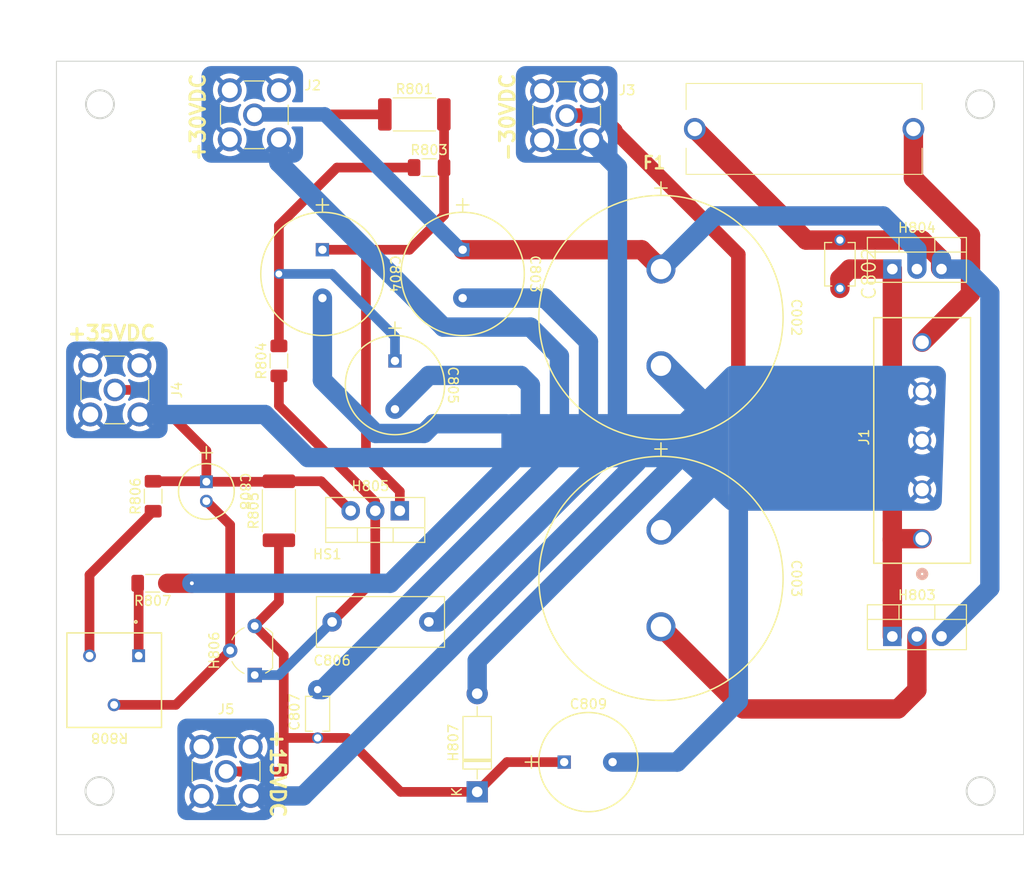
<source format=kicad_pcb>
(kicad_pcb (version 20240108) (generator "pcbnew") (generator_version "8.0")
  (layers (0 "F.Cu" signal) (31 "B.Cu" signal) (34 "B.Paste" user) (35 "F.Paste" user) (36 "B.SilkS" user "B.Silkscreen") (37 "F.SilkS" user "F.Silkscreen") (38 "B.Mask" user) (39 "F.Mask" user) (44 "Edge.Cuts" user))
  (net 0 "")
  (net 1 "/+30VDC_out")
  (net 2 "GND")
  (net 3 "/-30VDC_out")
  (net 4 "/-24VAC")
  (net 5 "Net-(J1-Pin_5)")
  (net 6 "Net-(H805-C)")
  (net 7 "Net-(C805-Pad1)")
  (net 8 "Net-(H805-B)")
  (net 9 "/15VDC_out")
  (net 10 "Net-(H806-B)")
  (net 11 "/35VDC_out")
  (net 12 "/+24VAC")
  (net 13 "Net-(R806-Pad1)")
  (net 14 "Net-(R807-Pad2)")
  (footprint "P800_footprint_library:sma_connector_RFPC-SMA27-F" (layer "F.Cu") (at 41.04 89.96)
    (property "Reference" "J5" (at 0 -6.425 0) (layer "F.SilkS"))
    (property "Value" "Conn_Coaxial")
    (fp_line (start -3.5 -1) (end -3.5 1) (stroke (width 0.127)) (layer "F.SilkS"))
    (fp_line (start -1 -3.5) (end 1 -3.5) (stroke (width 0.127)) (layer "F.SilkS"))
    (fp_line (start -1 3.5) (end 1 3.5) (stroke (width 0.127)) (layer "F.SilkS"))
    (fp_line (start 3.5 -1) (end 3.5 1) (stroke (width 0.127)) (layer "F.SilkS"))
    (pad "1" thru_hole circle (at 0 0) (size 2.325 2.325) (drill 1.55) (layers "*.Cu" "*.Mask") (net 9 "/15VDC_out"))
    (pad "2" thru_hole circle (at -2.54 -2.54) (size 2.475 2.475) (drill 1.65) (layers "*.Cu" "*.Mask") (net 2 "GND"))
    (pad "2" thru_hole circle (at -2.54 2.54) (size 2.475 2.475) (drill 1.65) (layers "*.Cu" "*.Mask") (net 2 "GND"))
    (pad "2" thru_hole circle (at 2.54 -2.54) (size 2.475 2.475) (drill 1.65) (layers "*.Cu" "*.Mask") (net 2 "GND"))
    (pad "2" thru_hole circle (at 2.54 2.54) (size 2.475 2.475) (drill 1.65) (layers "*.Cu" "*.Mask") (net 2 "GND"))
  )
  (footprint "P800_footprint_library:cap_electrolytic_UFG1H101MPM1TD" (layer "F.Cu") (at 58.5 47.5 -90)
    (property "Reference" "C805" (at 2.5 -6 -90) (layer "F.SilkS"))
    (property "Value" "100u")
    (fp_line (start -4.0278 0) (end -2.7578 0) (stroke (width 0.1524)) (layer "F.SilkS"))
    (fp_line (start -3.3928 -0.635) (end -3.3928 0.635) (stroke (width 0.1524)) (layer "F.SilkS"))
    (fp_circle (center 2.5 0) (end 7.6308 0) (stroke (width 0.1524)) (fill none) (layer "F.SilkS"))
    (pad "1" thru_hole rect (at 0 0 270) (size 1.3716 1.3716) (drill 0.8636) (layers "*.Cu" "*.Mask") (net 7 "Net-(C805-Pad1)"))
    (pad "2" thru_hole circle (at 5 0 270) (size 1.3716 1.3716) (drill 0.8636) (layers "*.Cu" "*.Mask") (net 2 "GND"))
  )
  (footprint "P800_footprint_library:cap_electrolytic_A50" (layer "F.Cu") (at 86 38 -90)
    (property "Reference" "C002" (at 5 -14 -90) (layer "F.SilkS"))
    (property "Value" "6800u")
    (fp_line (start -9.0208 0) (end -7.7508 0) (stroke (width 0.1524)) (layer "F.SilkS"))
    (fp_line (start -8.3858 -0.635) (end -8.3858 0.635) (stroke (width 0.1524)) (layer "F.SilkS"))
    (fp_circle (center 5 0) (end 17.6238 0) (stroke (width 0.1524)) (fill none) (layer "F.SilkS"))
    (pad "1" thru_hole circle (at 0 0 270) (size 3 3) (drill 2.1082) (layers "*.Cu" "*.Mask") (net 1 "/+30VDC_out"))
    (pad "2" thru_hole circle (at 10 0 270) (size 3 3) (drill 2.1082) (layers "*.Cu" "*.Mask") (net 2 "GND"))
  )
  (footprint "Capacitor_THT:C_Rect_L13.0mm_W5.0mm_P10.00mm_FKS3_FKP3_MKS4" (layer "F.Cu") (at 52 74.5)
    (property "Reference" "C806" (at 0 4 0) (layer "F.SilkS"))
    (property "Value" "0.047u")
    (fp_line (start -1.62 -2.62) (end -1.62 2.62) (stroke (width 0.12)) (layer "F.SilkS"))
    (fp_line (start -1.62 -2.62) (end 11.62 -2.62) (stroke (width 0.12)) (layer "F.SilkS"))
    (fp_line (start -1.62 2.62) (end 11.62 2.62) (stroke (width 0.12)) (layer "F.SilkS"))
    (fp_line (start 11.62 -2.62) (end 11.62 2.62) (stroke (width 0.12)) (layer "F.SilkS"))
    (pad "1" thru_hole circle (at 0 0) (size 2 2) (drill 1) (layers "*.Cu" "*.Mask") (net 8 "Net-(H805-B)"))
    (pad "2" thru_hole circle (at 10 0) (size 2 2) (drill 1) (layers "*.Cu" "*.Mask") (net 2 "GND"))
  )
  (footprint "P800_footprint_library:cap_ceramic_RCER71H473K0M1H03A" (layer "F.Cu") (at 50.5 84 90)
    (property "Reference" "C807" (at 0.175 -2.385 90) (layer "F.SilkS"))
    (property "Value" "0.04u")
    (fp_line (start -1.8 -1.25) (end 1.8 -1.25) (stroke (width 0.127)) (layer "F.SilkS"))
    (fp_line (start 1.8 -0.547) (end 1.8 -1.25) (stroke (width 0.127)) (layer "F.SilkS"))
    (fp_line (start -1.8 -0.547) (end -1.8 -1.25) (stroke (width 0.127)) (layer "F.SilkS"))
    (fp_line (start 1.8 1.25) (end 1.8 0.547) (stroke (width 0.127)) (layer "F.SilkS"))
    (fp_line (start 1.8 1.25) (end -1.8 1.25) (stroke (width 0.127)) (layer "F.SilkS"))
    (fp_line (start -1.8 1.25) (end -1.8 0.547) (stroke (width 0.127)) (layer "F.SilkS"))
    (pad "1" thru_hole circle (at -2.5 0 90) (size 1.15 1.15) (drill 0.75) (layers "*.Cu" "*.Mask") (net 9 "/15VDC_out"))
    (pad "2" thru_hole circle (at 2.5 0 90) (size 1.15 1.15) (drill 0.75) (layers "*.Cu" "*.Mask") (net 2 "GND"))
  )
  (footprint "Resistor_SMD:R_2512_6332Metric_Pad1.40x3.35mm_HandSolder" (layer "F.Cu") (at 46.5 63 90)
    (property "Reference" "R805" (at 0 -2.62 90) (layer "F.SilkS"))
    (property "Value" "330")
    (fp_line (start -2.177064 -1.71) (end 2.177064 -1.71) (stroke (width 0.12)) (layer "F.SilkS"))
    (fp_line (start -2.177064 1.71) (end 2.177064 1.71) (stroke (width 0.12)) (layer "F.SilkS"))
    (pad "1" smd roundrect (at -3.05 0 90) (size 1.4 3.35) (layers "F.Cu" "F.Paste" "F.Mask") (roundrect_rratio 0.178571) (net 9 "/15VDC_out"))
    (pad "2" smd roundrect (at 3.05 0 90) (size 1.4 3.35) (layers "F.Cu" "F.Paste" "F.Mask") (roundrect_rratio 0.178571) (net 11 "/35VDC_out"))
  )
  (footprint "P800_footprint_library:cap_electrolytic_panasonic_5X11" (layer "F.Cu") (at 39 60 -90)
    (property "Reference" "C808" (at 1 -4 -90) (layer "F.SilkS"))
    (property "Value" "3.3u")
    (fp_line (start -3.635 0) (end -2.365 0) (stroke (width 0.1524)) (layer "F.SilkS"))
    (fp_line (start -3 -0.635) (end -3 0.635) (stroke (width 0.1524)) (layer "F.SilkS"))
    (fp_circle (center 1.0033 0) (end 3.8862 0) (stroke (width 0.1524)) (fill none) (layer "F.SilkS"))
    (pad "1" thru_hole rect (at 0 0 270) (size 1.3208 1.3208) (drill 0.8128) (layers "*.Cu" "*.Mask") (net 11 "/35VDC_out"))
    (pad "2" thru_hole circle (at 2 0 270) (size 1.3208 1.3208) (drill 0.8128) (layers "*.Cu" "*.Mask") (net 10 "Net-(H806-B)"))
  )
  (footprint "Resistor_SMD:R_1206_3216Metric_Pad1.30x1.75mm_HandSolder" (layer "F.Cu") (at 33.5 61.5 90)
    (property "Reference" "R806" (at 0 -1.82 90) (layer "F.SilkS"))
    (property "Value" "39k")
    (fp_line (start -0.727064 -0.91) (end 0.727064 -0.91) (stroke (width 0.12)) (layer "F.SilkS"))
    (fp_line (start -0.727064 0.91) (end 0.727064 0.91) (stroke (width 0.12)) (layer "F.SilkS"))
    (pad "1" smd roundrect (at -1.55 0 90) (size 1.3 1.75) (layers "F.Cu" "F.Paste" "F.Mask") (roundrect_rratio 0.192308) (net 13 "Net-(R806-Pad1)"))
    (pad "2" smd roundrect (at 1.55 0 90) (size 1.3 1.75) (layers "F.Cu" "F.Paste" "F.Mask") (roundrect_rratio 0.192308) (net 11 "/35VDC_out"))
  )
  (footprint "Resistor_SMD:R_1206_3216Metric_Pad1.30x1.75mm_HandSolder" (layer "F.Cu") (at 46.5 47.5 90)
    (property "Reference" "R804" (at 0 -1.82 90) (layer "F.SilkS"))
    (property "Value" "1.5k")
    (fp_line (start -0.727064 -0.91) (end 0.727064 -0.91) (stroke (width 0.12)) (layer "F.SilkS"))
    (fp_line (start -0.727064 0.91) (end 0.727064 0.91) (stroke (width 0.12)) (layer "F.SilkS"))
    (pad "1" smd roundrect (at -1.55 0 90) (size 1.3 1.75) (layers "F.Cu" "F.Paste" "F.Mask") (roundrect_rratio 0.192308) (net 8 "Net-(H805-B)"))
    (pad "2" smd roundrect (at 1.55 0 90) (size 1.3 1.75) (layers "F.Cu" "F.Paste" "F.Mask") (roundrect_rratio 0.192308) (net 7 "Net-(C805-Pad1)"))
  )
  (footprint "P800_footprint_library:heatsink_577202B00000G" (layer "F.Cu") (at 56.5 67.7504)
    (property "Reference" "HS1" (at -5 -0.2504 0) (layer "F.SilkS"))
    (property "Value" "Heatsink")
  )
  (footprint "P800_footprint_library:sma_connector_RFPC-SMA27-F" (layer "F.Cu") (at 29.54 50.5 -90)
    (property "Reference" "J4" (at 0 -6.425 90) (layer "F.SilkS"))
    (property "Value" "Conn_Coaxial")
    (fp_line (start -1 3.5) (end 1 3.5) (stroke (width 0.127)) (layer "F.SilkS"))
    (fp_line (start -3.5 -1) (end -3.5 1) (stroke (width 0.127)) (layer "F.SilkS"))
    (fp_line (start 3.5 -1) (end 3.5 1) (stroke (width 0.127)) (layer "F.SilkS"))
    (fp_line (start -1 -3.5) (end 1 -3.5) (stroke (width 0.127)) (layer "F.SilkS"))
    (pad "1" thru_hole circle (at 0 0 270) (size 2.325 2.325) (drill 1.55) (layers "*.Cu" "*.Mask") (net 11 "/35VDC_out"))
    (pad "2" thru_hole circle (at -2.54 -2.54 270) (size 2.475 2.475) (drill 1.65) (layers "*.Cu" "*.Mask") (net 2 "GND"))
    (pad "2" thru_hole circle (at -2.54 2.54 270) (size 2.475 2.475) (drill 1.65) (layers "*.Cu" "*.Mask") (net 2 "GND"))
    (pad "2" thru_hole circle (at 2.54 -2.54 270) (size 2.475 2.475) (drill 1.65) (layers "*.Cu" "*.Mask") (net 2 "GND"))
    (pad "2" thru_hole circle (at 2.54 2.54 270) (size 2.475 2.475) (drill 1.65) (layers "*.Cu" "*.Mask") (net 2 "GND"))
  )
  (footprint "Resistor_SMD:R_1206_3216Metric_Pad1.30x1.75mm_HandSolder" (layer "F.Cu") (at 33.45 70.5 180)
    (property "Reference" "R807" (at 0 -1.82 0) (layer "F.SilkS"))
    (property "Value" "36k")
    (fp_line (start -0.727064 0.91) (end 0.727064 0.91) (stroke (width 0.12)) (layer "F.SilkS"))
    (fp_line (start -0.727064 -0.91) (end 0.727064 -0.91) (stroke (width 0.12)) (layer "F.SilkS"))
    (pad "1" smd roundrect (at -1.55 0 180) (size 1.3 1.75) (layers "F.Cu" "F.Paste" "F.Mask") (roundrect_rratio 0.192308) (net 2 "GND"))
    (pad "2" smd roundrect (at 1.55 0 180) (size 1.3 1.75) (layers "F.Cu" "F.Paste" "F.Mask") (roundrect_rratio 0.192308) (net 14 "Net-(R807-Pad2)"))
  )
  (footprint "P800_footprint_library:cap_electrolytic_A50" (layer "F.Cu") (at 86 65 -90)
    (property "Reference" "C003" (at 5 -14 -90) (layer "F.SilkS"))
    (property "Value" "6800u")
    (fp_line (start -9.0208 0) (end -7.7508 0) (stroke (width 0.1524)) (layer "F.SilkS"))
    (fp_line (start -8.3858 -0.635) (end -8.3858 0.635) (stroke (width 0.1524)) (layer "F.SilkS"))
    (fp_circle (center 5 0) (end 17.6238 0) (stroke (width 0.1524)) (fill none) (layer "F.SilkS"))
    (pad "1" thru_hole circle (at 0 0 270) (size 3 3) (drill 2.1082) (layers "*.Cu" "*.Mask") (net 2 "GND"))
    (pad "2" thru_hole circle (at 10 0 270) (size 3 3) (drill 2.1082) (layers "*.Cu" "*.Mask") (net 3 "/-30VDC_out"))
  )
  (footprint "P800_footprint_library:cap_electrolytic_UKW1J471MHD1TO" (layer "F.Cu") (at 51 36 -90)
    (property "Reference" "C804" (at 2.5 -7.5 -90) (layer "F.SilkS"))
    (property "Value" "470u")
    (fp_line (start -5.2724 0) (end -4.0024 0) (stroke (width 0.1524)) (layer "F.SilkS"))
    (fp_line (start -4.6374 -0.635) (end -4.6374 0.635) (stroke (width 0.1524)) (layer "F.SilkS"))
    (fp_circle (center 2.5 0) (end 8.8754 0) (stroke (width 0.1524)) (fill none) (layer "F.SilkS"))
    (pad "1" thru_hole rect (at 0 0 270) (size 1.3716 1.3716) (drill 0.8636) (layers "*.Cu" "*.Mask") (net 6 "Net-(H805-C)"))
    (pad "2" thru_hole circle (at 5 0 270) (size 1.3716 1.3716) (drill 0.8636) (layers "*.Cu" "*.Mask") (net 2 "GND"))
  )
  (footprint "Package_TO_SOT_THT:TO-92_Wide" (layer "F.Cu") (at 44 80 90)
    (property "Reference" "H806" (at 2.55 -4.19 90) (layer "F.SilkS"))
    (property "Value" "KSC2383")
    (fp_line (start 0.74 1.85) (end 4.34 1.85) (stroke (width 0.12)) (layer "F.SilkS"))
    (fp_arc (start 3.65 -2.35) (mid 4.382279 -1.833196) (end 4.895458 -1.098371) (stroke (width 0.12)) (layer "F.SilkS"))
    (fp_arc (start 0.172801 -1.103842) (mid 0.678995 -1.832692) (end 1.4 -2.35) (stroke (width 0.12)) (layer "F.SilkS"))
    (fp_arc (start 4.864184 1.122795) (mid 4.633903 1.509328) (end 4.34 1.85) (stroke (width 0.12)) (layer "F.SilkS"))
    (fp_arc (start 0.74 1.85) (mid 0.446097 1.509328) (end 0.215816 1.122795) (stroke (width 0.12)) (layer "F.SilkS"))
    (pad "1" thru_hole rect (at 0 0 90) (size 1.5 1.5) (drill 0.8) (layers "*.Cu" "*.Mask") (net 8 "Net-(H805-B)"))
    (pad "2" thru_hole circle (at 2.54 -2.54 90) (size 1.5 1.5) (drill 0.8) (layers "*.Cu" "*.Mask") (net 10 "Net-(H806-B)"))
    (pad "3" thru_hole circle (at 5.08 0 90) (size 1.5 1.5) (drill 0.8) (layers "*.Cu" "*.Mask") (net 9 "/15VDC_out"))
  )
  (footprint "P800_footprint_library:sma_connector_RFPC-SMA27-F" (layer "F.Cu") (at 43.96 22.04 180)
    (property "Reference" "J2" (at -6.04 3.04 0) (layer "F.SilkS"))
    (property "Value" "Conn_Coaxial")
    (fp_line (start 3.5 -1) (end 3.5 1) (stroke (width 0.127)) (layer "F.SilkS"))
    (fp_line (start -1 3.5) (end 1 3.5) (stroke (width 0.127)) (layer "F.SilkS"))
    (fp_line (start -1 -3.5) (end 1 -3.5) (stroke (width 0.127)) (layer "F.SilkS"))
    (fp_line (start -3.5 -1) (end -3.5 1) (stroke (width 0.127)) (layer "F.SilkS"))
    (pad "1" thru_hole circle (at 0 0 180) (size 2.325 2.325) (drill 1.55) (layers "*.Cu" "*.Mask") (net 1 "/+30VDC_out"))
    (pad "2" thru_hole circle (at -2.54 -2.54 180) (size 2.475 2.475) (drill 1.65) (layers "*.Cu" "*.Mask") (net 2 "GND"))
    (pad "2" thru_hole circle (at -2.54 2.54 180) (size 2.475 2.475) (drill 1.65) (layers "*.Cu" "*.Mask") (net 2 "GND"))
    (pad "2" thru_hole circle (at 2.54 -2.54 180) (size 2.475 2.475) (drill 1.65) (layers "*.Cu" "*.Mask") (net 2 "GND"))
    (pad "2" thru_hole circle (at 2.54 2.54 180) (size 2.475 2.475) (drill 1.65) (layers "*.Cu" "*.Mask") (net 2 "GND"))
  )
  (footprint "P800_footprint_library:cap_electrolytic_UKW1J471MHD1TO" (layer "F.Cu") (at 65.5 36 -90)
    (property "Reference" "C803" (at 2.5 -7.5 -90) (layer "F.SilkS"))
    (property "Value" "470u")
    (fp_line (start -5.2724 0) (end -4.0024 0) (stroke (width 0.1524)) (layer "F.SilkS"))
    (fp_line (start -4.6374 -0.635) (end -4.6374 0.635) (stroke (width 0.1524)) (layer "F.SilkS"))
    (fp_circle (center 2.5 0) (end 8.8754 0) (stroke (width 0.1524)) (fill none) (layer "F.SilkS"))
    (pad "1" thru_hole rect (at 0 0 270) (size 1.3716 1.3716) (drill 0.8636) (layers "*.Cu" "*.Mask") (net 1 "/+30VDC_out"))
    (pad "2" thru_hole circle (at 5 0 270) (size 1.3716 1.3716) (drill 0.8636) (layers "*.Cu" "*.Mask") (net 2 "GND"))
  )
  (footprint "P800_footprint_library:cap_ceramic_RDER72H103K1M1H03A" (layer "F.Cu") (at 104.5 37.5 -90)
    (property "Reference" "C802" (at 1 -3 90) (layer "F.SilkS") (effects (font (size 1.4 1.4))))
    (property "Value" "0.01u")
    (fp_line (start -2.25 1.575) (end -2.25 0.84) (stroke (width 0.127)) (layer "F.SilkS"))
    (fp_line (start 2.25 1.575) (end -2.25 1.575) (stroke (width 0.127)) (layer "F.SilkS"))
    (fp_line (start 2.25 1.575) (end 2.25 0.84) (stroke (width 0.127)) (layer "F.SilkS"))
    (fp_line (start -2.25 -1.575) (end -2.25 -0.84) (stroke (width 0.127)) (layer "F.SilkS"))
    (fp_line (start -2.25 -1.575) (end 2.25 -1.575) (stroke (width 0.127)) (layer "F.SilkS"))
    (fp_line (start 2.25 -1.575) (end 2.25 -0.84) (stroke (width 0.127)) (layer "F.SilkS"))
    (pad "1" thru_hole circle (at -2.5 0 270) (size 1.15 1.15) (drill 0.75) (layers "*.Cu" "*.Mask") (net 12 "/+24VAC"))
    (pad "2" thru_hole circle (at 2.5 0 270) (size 1.15 1.15) (drill 0.75) (layers "*.Cu" "*.Mask") (net 4 "/-24VAC"))
  )
  (footprint "P800_footprint_library:molex_5pos_connector_395443005" (layer "F.Cu") (at 113 65.889051 90)
    (property "Reference" "J1" (at 10.5 -6 90) (layer "F.SilkS"))
    (property "Value" "Screw_Terminal_01x05")
    (fp_circle (center -3.650099 0) (end -3.269099 0) (stroke (width 0.508)) (fill none) (layer "B.SilkS"))
    (fp_line (start 22.86 -5) (end -2.54 -5) (stroke (width 0.1524)) (layer "F.SilkS"))
    (fp_line (start -2.54 -5) (end -2.54 5) (stroke (width 0.1524)) (layer "F.SilkS"))
    (fp_line (start 22.86 5) (end 22.86 -5) (stroke (width 0.1524)) (layer "F.SilkS"))
    (fp_line (start -2.54 5) (end 22.86 5) (stroke (width 0.1524)) (layer "F.SilkS"))
    (fp_circle (center -3.650099 0) (end -3.269099 0) (stroke (width 0.508)) (fill none) (layer "F.SilkS"))
    (pad "1" thru_hole circle (at 0 0 90) (size 1.9 1.9) (drill 1.4) (layers "*.Cu" "*.Mask") (net 4 "/-24VAC"))
    (pad "2" thru_hole circle (at 5.08 0 90) (size 1.9 1.9) (drill 1.4) (layers "*.Cu" "*.Mask") (net 2 "GND"))
    (pad "3" thru_hole circle (at 10.16 0 90) (size 1.9 1.9) (drill 1.4) (layers "*.Cu" "*.Mask") (net 2 "GND"))
    (pad "4" thru_hole circle (at 15.24 0 90) (size 1.9 1.9) (drill 1.4) (layers "*.Cu" "*.Mask") (net 2 "GND"))
    (pad "5" thru_hole circle (at 20.32 0 90) (size 1.9 1.9) (drill 1.4) (layers "*.Cu" "*.Mask") (net 5 "Net-(J1-Pin_5)"))
  )
  (footprint "Package_TO_SOT_THT:TO-220-3_Vertical" (layer "F.Cu") (at 109.92 76)
    (property "Reference" "H803" (at 2.54 -4.27 0) (layer "F.SilkS"))
    (property "Value" "MBRF10150CTR")
    (fp_line (start -2.58 -3.27) (end -2.58 1.371) (stroke (width 0.12)) (layer "F.SilkS"))
    (fp_line (start -2.58 -3.27) (end 7.66 -3.27) (stroke (width 0.12)) (layer "F.SilkS"))
    (fp_line (start -2.58 -1.76) (end 7.66 -1.76) (stroke (width 0.12)) (layer "F.SilkS"))
    (fp_line (start -2.58 1.371) (end 7.66 1.371) (stroke (width 0.12)) (layer "F.SilkS"))
    (fp_line (start 0.69 -3.27) (end 0.69 -1.76) (stroke (width 0.12)) (layer "F.SilkS"))
    (fp_line (start 4.391 -3.27) (end 4.391 -1.76) (stroke (width 0.12)) (layer "F.SilkS"))
    (fp_line (start 7.66 -3.27) (end 7.66 1.371) (stroke (width 0.12)) (layer "F.SilkS"))
    (pad "1" thru_hole rect (at 0 0) (size 1.905 2) (drill 1.1) (layers "*.Cu" "*.Mask") (net 4 "/-24VAC"))
    (pad "2" thru_hole oval (at 2.54 0) (size 1.905 2) (drill 1.1) (layers "*.Cu" "*.Mask") (net 3 "/-30VDC_out"))
    (pad "3" thru_hole oval (at 5.08 0) (size 1.905 2) (drill 1.1) (layers "*.Cu" "*.Mask") (net 12 "/+24VAC"))
  )
  (footprint "Diode_THT:D_DO-41_SOD81_P10.16mm_Horizontal" (layer "F.Cu") (at 67 92.08 90)
    (property "Reference" "H807" (at 5.08 -2.47 90) (layer "F.SilkS"))
    (property "Value" "1N4744")
    (fp_line (start 7.8 -1.47) (end 2.36 -1.47) (stroke (width 0.12)) (layer "F.SilkS"))
    (fp_line (start 3.38 -1.47) (end 3.38 1.47) (stroke (width 0.12)) (layer "F.SilkS"))
    (fp_line (start 3.26 -1.47) (end 3.26 1.47) (stroke (width 0.12)) (layer "F.SilkS"))
    (fp_line (start 3.14 -1.47) (end 3.14 1.47) (stroke (width 0.12)) (layer "F.SilkS"))
    (fp_line (start 2.36 -1.47) (end 2.36 1.47) (stroke (width 0.12)) (layer "F.SilkS"))
    (fp_line (start 8.82 0) (end 7.8 0) (stroke (width 0.12)) (layer "F.SilkS"))
    (fp_line (start 1.34 0) (end 2.36 0) (stroke (width 0.12)) (layer "F.SilkS"))
    (fp_line (start 7.8 1.47) (end 7.8 -1.47) (stroke (width 0.12)) (layer "F.SilkS"))
    (fp_line (start 2.36 1.47) (end 7.8 1.47) (stroke (width 0.12)) (layer "F.SilkS"))
    (fp_text user "K" (at 0 -2.1 90) (layer "F.SilkS"))
    (pad "1" thru_hole rect (at 0 0 90) (size 2.2 2.2) (drill 1.1) (layers "*.Cu" "*.Mask") (net 9 "/15VDC_out"))
    (pad "2" thru_hole oval (at 10.16 0 90) (size 2.2 2.2) (drill 1.1) (layers "*.Cu" "*.Mask") (net 2 "GND"))
  )
  (footprint "Package_TO_SOT_THT:TO-220-3_Vertical" (layer "F.Cu") (at 109.92 38)
    (property "Reference" "H804" (at 2.54 -4.27 0) (layer "F.SilkS"))
    (property "Value" "MBRF10150CT")
    (fp_line (start -2.58 -3.27) (end -2.58 1.371) (stroke (width 0.12)) (layer "F.SilkS"))
    (fp_line (start -2.58 -3.27) (end 7.66 -3.27) (stroke (width 0.12)) (layer "F.SilkS"))
    (fp_line (start -2.58 -1.76) (end 7.66 -1.76) (stroke (width 0.12)) (layer "F.SilkS"))
    (fp_line (start -2.58 1.371) (end 7.66 1.371) (stroke (width 0.12)) (layer "F.SilkS"))
    (fp_line (start 0.69 -3.27) (end 0.69 -1.76) (stroke (width 0.12)) (layer "F.SilkS"))
    (fp_line (start 4.391 -3.27) (end 4.391 -1.76) (stroke (width 0.12)) (layer "F.SilkS"))
    (fp_line (start 7.66 -3.27) (end 7.66 1.371) (stroke (width 0.12)) (layer "F.SilkS"))
    (pad "1" thru_hole rect (at 0 0) (size 1.905 2) (drill 1.1) (layers "*.Cu" "*.Mask") (net 4 "/-24VAC"))
    (pad "2" thru_hole oval (at 2.54 0) (size 1.905 2) (drill 1.1) (layers "*.Cu" "*.Mask") (net 1 "/+30VDC_out"))
    (pad "3" thru_hole oval (at 5.08 0) (size 1.905 2) (drill 1.1) (layers "*.Cu" "*.Mask") (net 12 "/+24VAC"))
  )
  (footprint "P800_footprint_library:fuse_holder_0PTF0078P" (layer "F.Cu") (at 100.8 23.5 180)
    (property "Reference" "F1" (at 15.5 -3.5 0) (layer "F.SilkS") (effects (font (size 1.27 1.27) (thickness 0.254))))
    (property "Value" "Fuse 1A 250V" (hide yes))
    (fp_line (start 12.2 4.7) (end 12.2 2) (stroke (width 0.1)) (layer "F.SilkS"))
    (fp_line (start 12.2 -4.7) (end 12.2 -2) (stroke (width 0.1)) (layer "F.SilkS"))
    (fp_line (start -12.2 4.7) (end 12.2 4.7) (stroke (width 0.1)) (layer "F.SilkS"))
    (fp_line (start -12.2 2) (end -12.2 4.7) (stroke (width 0.1)) (layer "F.SilkS"))
    (fp_line (start -12.2 -2) (end -12.2 -4.7) (stroke (width 0.1)) (layer "F.SilkS"))
    (fp_line (start -12.2 -4.7) (end 12.2 -4.7) (stroke (width 0.1)) (layer "F.SilkS"))
    (pad "1" thru_hole circle (at -11.3 0 180) (size 2.25 2.25) (drill 1.5) (layers "*.Cu" "*.Mask") (net 5 "Net-(J1-Pin_5)"))
    (pad "2" thru_hole circle (at 11.3 0 180) (size 2.25 2.25) (drill 1.5) (layers "*.Cu" "*.Mask") (net 12 "/+24VAC"))
  )
  (footprint "P800_footprint_library:pot_3386F-1-502LF" (layer "F.Cu") (at 32 78 180)
    (property "Reference" "R808" (at 3 -8.5 180) (layer "F.SilkS"))
    (property "Value" "TRIMPOT 5K")
    (fp_line (start 7.4168 2.3622) (end 7.4168 -7.4168) (stroke (width 0.1524)) (layer "F.SilkS"))
    (fp_line (start 7.4168 -7.4168) (end -2.3622 -7.4168) (stroke (width 0.1524)) (layer "F.SilkS"))
    (fp_line (start -2.3622 2.3622) (end 7.4168 2.3622) (stroke (width 0.1524)) (layer "F.SilkS"))
    (fp_line (start -2.3622 -7.4168) (end -2.3622 2.3622) (stroke (width 0.1524)) (layer "F.SilkS"))
    (fp_circle (center 0.2921 3.5052) (end 0.4191 3.5052) (stroke (width 0.1524)) (fill none) (layer "F.SilkS"))
    (pad "1" thru_hole rect (at 0 0 180) (size 1.3208 1.3208) (drill 0.8128) (layers "*.Cu" "*.Mask") (net 14 "Net-(R807-Pad2)"))
    (pad "2" thru_hole circle (at 2.54 -5.08 180) (size 1.3208 1.3208) (drill 0.8128) (layers "*.Cu" "*.Mask") (net 10 "Net-(H806-B)"))
    (pad "3" thru_hole circle (at 5.08 0 180) (size 1.3208 1.3208) (drill 0.8128) (layers "*.Cu" "*.Mask") (net 13 "Net-(R806-Pad1)"))
  )
  (footprint "P800_footprint_library:cap_electrolytic_UFG1C471MPM1TD" (layer "F.Cu") (at 75.9962 89)
    (property "Reference" "C809" (at 2.5019 -6 0) (layer "F.SilkS"))
    (property "Value" "470u")
    (fp_line (start -4.0259 0) (end -2.7559 0) (stroke (width 0.1524)) (layer "F.SilkS"))
    (fp_line (start -3.3909 -0.635) (end -3.3909 0.635) (stroke (width 0.1524)) (layer "F.SilkS"))
    (fp_circle (center 2.5019 0) (end 7.6327 0) (stroke (width 0.1524)) (fill none) (layer "F.SilkS"))
    (pad "1" thru_hole rect (at 0 0) (size 1.3716 1.3716) (drill 0.8636) (layers "*.Cu" "*.Mask") (net 9 "/15VDC_out"))
    (pad "2" thru_hole circle (at 5.0038 0) (size 1.3716 1.3716) (drill 0.8636) (layers "*.Cu" "*.Mask") (net 2 "GND"))
  )
  (footprint "Resistor_SMD:R_1206_3216Metric_Pad1.30x1.75mm_HandSolder" (layer "F.Cu") (at 62.025 27.5)
    (property "Reference" "R803" (at 0 -1.82 0) (layer "F.SilkS"))
    (property "Value" "1.5k")
    (fp_line (start -0.727064 -0.91) (end 0.727064 -0.91) (stroke (width 0.12)) (layer "F.SilkS"))
    (fp_line (start -0.727064 0.91) (end 0.727064 0.91) (stroke (width 0.12)) (layer "F.SilkS"))
    (pad "1" smd roundrect (at -1.55 0) (size 1.3 1.75) (layers "F.Cu" "F.Paste" "F.Mask") (roundrect_rratio 0.192308) (net 7 "Net-(C805-Pad1)"))
    (pad "2" smd roundrect (at 1.55 0) (size 1.3 1.75) (layers "F.Cu" "F.Paste" "F.Mask") (roundrect_rratio 0.192308) (net 6 "Net-(H805-C)"))
  )
  (footprint "Package_TO_SOT_THT:TO-220-3_Vertical" (layer "F.Cu") (at 59 63 180)
    (property "Reference" "H805" (at 3.04 2.555 0) (layer "F.SilkS"))
    (property "Value" "TIP41C")
    (fp_line (start 7.66 -3.27) (end 7.66 1.371) (stroke (width 0.12)) (layer "F.SilkS"))
    (fp_line (start 4.391 -3.27) (end 4.391 -1.76) (stroke (width 0.12)) (layer "F.SilkS"))
    (fp_line (start 0.69 -3.27) (end 0.69 -1.76) (stroke (width 0.12)) (layer "F.SilkS"))
    (fp_line (start -2.58 1.371) (end 7.66 1.371) (stroke (width 0.12)) (layer "F.SilkS"))
    (fp_line (start -2.58 -1.76) (end 7.66 -1.76) (stroke (width 0.12)) (layer "F.SilkS"))
    (fp_line (start -2.58 -3.27) (end 7.66 -3.27) (stroke (width 0.12)) (layer "F.SilkS"))
    (fp_line (start -2.58 -3.27) (end -2.58 1.371) (stroke (width 0.12)) (layer "F.SilkS"))
    (pad "1" thru_hole rect (at 0 0 180) (size 1.905 2) (drill 1.1) (layers "*.Cu" "*.Mask") (net 6 "Net-(H805-C)"))
    (pad "2" thru_hole oval (at 2.54 0 180) (size 1.905 2) (drill 1.1) (layers "*.Cu" "*.Mask") (net 8 "Net-(H805-B)"))
    (pad "3" thru_hole oval (at 5.08 0 180) (size 1.905 2) (drill 1.1) (layers "*.Cu" "*.Mask") (net 11 "/35VDC_out"))
  )
  (footprint "P800_footprint_library:sma_connector_RFPC-SMA27-F" (layer "F.Cu") (at 76.25 22.12 180)
    (property "Reference" "J3" (at -6.25 2.62 0) (layer "F.SilkS"))
    (property "Value" "Conn_Coaxial")
    (fp_line (start 3.5 -1) (end 3.5 1) (stroke (width 0.127)) (layer "F.SilkS"))
    (fp_line (start -1 3.5) (end 1 3.5) (stroke (width 0.127)) (layer "F.SilkS"))
    (fp_line (start -1 -3.5) (end 1 -3.5) (stroke (width 0.127)) (layer "F.SilkS"))
    (fp_line (start -3.5 -1) (end -3.5 1) (stroke (width 0.127)) (layer "F.SilkS"))
    (pad "1" thru_hole circle (at 0 0 180) (size 2.325 2.325) (drill 1.55) (layers "*.Cu" "*.Mask") (net 3 "/-30VDC_out"))
    (pad "2" thru_hole circle (at -2.54 -2.54 180) (size 2.475 2.475) (drill 1.65) (layers "*.Cu" "*.Mask") (net 2 "GND"))
    (pad "2" thru_hole circle (at -2.54 2.54 180) (size 2.475 2.475) (drill 1.65) (layers "*.Cu" "*.Mask") (net 2 "GND"))
    (pad "2" thru_hole circle (at 2.54 -2.54 180) (size 2.475 2.475) (drill 1.65) (layers "*.Cu" "*.Mask") (net 2 "GND"))
    (pad "2" thru_hole circle (at 2.54 2.54 180) (size 2.475 2.475) (drill 1.65) (layers "*.Cu" "*.Mask") (net 2 "GND"))
  )
  (footprint "Resistor_SMD:R_2512_6332Metric_Pad1.40x3.35mm_HandSolder" (layer "F.Cu") (at 60.5 22)
    (property "Reference" "R801" (at 0 -2.62 360) (layer "F.SilkS"))
    (property "Value" "22")
    (fp_line (start -2.177064 -1.71) (end 2.177064 -1.71) (stroke (width 0.12)) (layer "F.SilkS"))
    (fp_line (start -2.177064 1.71) (end 2.177064 1.71) (stroke (width 0.12)) (layer "F.SilkS"))
    (pad "1" smd roundrect (at -3.05 0) (size 1.4 3.35) (layers "F.Cu" "F.Paste" "F.Mask") (roundrect_rratio 0.178571) (net 1 "/+30VDC_out"))
    (pad "2" smd roundrect (at 3.05 0) (size 1.4 3.35) (layers "F.Cu" "F.Paste" "F.Mask") (roundrect_rratio 0.178571) (net 6 "Net-(H805-C)"))
  )
  (gr_circle (center 27.95 92) (end 29.4 92) (stroke (width 0.2)) (fill none) (layer "Edge.Cuts"))
  (gr_circle (center 28 20.95) (end 29.45 20.95) (stroke (width 0.2)) (fill none) (layer "Edge.Cuts"))
  (gr_circle (center 119 20.95) (end 120.45 20.95) (stroke (width 0.2)) (fill none) (layer "Edge.Cuts"))
  (gr_rect (start 23.5 16.5) (end 123.5 96.5) (stroke (width 0.1)) (fill none) (layer "Edge.Cuts"))
  (gr_circle (center 119.05 92) (end 120.5 92) (stroke (width 0.2)) (fill none) (layer "Edge.Cuts"))
  (gr_text "+30VDC" (at 39 27 90) (layer "F.SilkS") (effects (font (size 1.5 1.5) (thickness 0.3) (bold yes)) (justify left bottom)))
  (gr_text "+15VDC" (at 45.5 85.5 -90) (layer "F.SilkS") (effects (font (size 1.5 1.5) (thickness 0.3) (bold yes)) (justify left bottom)))
  (gr_text "+35VDC" (at 24.5 45.5 0) (layer "F.SilkS") (effects (font (size 1.5 1.5) (thickness 0.3) (bold yes)) (justify left bottom)))
  (gr_text "-30VDC" (at 71 27 90) (layer "F.SilkS") (effects (font (size 1.5 1.5) (thickness 0.3) (bold yes)) (justify left bottom)))
  (segment (start 84 36) (end 86 38) (width 2) (layer "F.Cu") (net 1))
  (segment (start 44 22) (end 43.96 22.04) (width 1) (layer "F.Cu") (net 1))
  (segment (start 57.45 22) (end 44 22) (width 1) (layer "F.Cu") (net 1))
  (segment (start 65.5 36) (end 84 36) (width 2) (layer "F.Cu") (net 1))
  (segment (start 91.5 32.5) (end 86 38) (width 2) (layer "B.Cu") (net 1))
  (segment (start 43.96 22.04) (end 44.2625 21.7375) (width 1) (layer "B.Cu") (net 1))
  (segment (start 51.2375 22) (end 65.2375 36) (width 1.5) (layer "B.Cu") (net 1))
  (segment (start 65.2375 36) (end 65.5 36) (width 1.5) (layer "B.Cu") (net 1))
  (segment (start 112.46 36) (end 108.96 32.5) (width 2) (layer "B.Cu") (net 1))
  (segment (start 108.96 32.5) (end 91.5 32.5) (width 2) (layer "B.Cu") (net 1))
  (segment (start 112.46 38) (end 112.46 36) (width 2) (layer "B.Cu") (net 1))
  (segment (start 44.2625 22) (end 51.2375 22) (width 1.5) (layer "B.Cu") (net 1))
  (segment (start 35 70.5) (end 37.5 70.5) (width 2) (layer "F.Cu") (net 2))
  (via (at 37.5 70.5) (size 0.8) (drill 0.4) (layers "F.Cu" "B.Cu") (net 2))
  (segment (start 62 74.5) (end 63 74.5) (width 2) (layer "B.Cu") (net 2))
  (segment (start 46.5 24.58) (end 46.5 27) (width 2) (layer "B.Cu") (net 2))
  (segment (start 78.71 24.66) (end 81.5 27.45) (width 2) (layer "B.Cu") (net 2))
  (segment (start 65.5 41) (end 74 41) (width 2) (layer "B.Cu") (net 2))
  (segment (start 72.5 50) (end 72.5 53.5) (width 2) (layer "B.Cu") (net 2))
  (segment (start 49.5 57.5) (end 71 57.5) (width 2) (layer "B.Cu") (net 2))
  (segment (start 51 49.5) (end 56.5 55) (width 2) (layer "B.Cu") (net 2))
  (segment (start 75 57.5) (end 75.5 57.5) (width 2) (layer "B.Cu") (net 2))
  (segment (start 43.58 92.5) (end 49 92.5) (width 2) (layer "B.Cu") (net 2))
  (segment (start 67 78.5) (end 87.5 58) (width 2) (layer "B.Cu") (net 2))
  (segment (start 72.5 44) (end 75.5 47) (width 2) (layer "B.Cu") (net 2))
  (segment (start 58.5 52.5) (end 62 49) (width 2) (layer "B.Cu") (net 2))
  (segment (start 63.5 44) (end 72.5 44) (width 2) (layer "B.Cu") (net 2))
  (segment (start 71 57.5) (end 58 70.5) (width 2) (layer "B.Cu") (net 2))
  (segment (start 62 49) (end 71.5 49) (width 2) (layer "B.Cu") (net 2))
  (segment (start 81.5 27.45) (end 81.5 53.5) (width 2) (layer "B.Cu") (net 2))
  (segment (start 94 82.6703) (end 94 61.5) (width 2) (layer "B.Cu") (net 2))
  (segment (start 51 81.5) (end 75 57.5) (width 2) (layer "B.Cu") (net 2))
  (segment (start 71.5 49) (end 72.5 50) (width 2) (layer "B.Cu") (net 2))
  (segment (start 51 41) (end 51 49.5) (width 2) (layer "B.Cu") (net 2))
  (segment (start 86 65) (end 91.5 59.5) (width 3) (layer "B.Cu") (net 2))
  (segment (start 63 74.5) (end 80 57.5) (width 2) (layer "B.Cu") (net 2))
  (segment (start 58 70.5) (end 37.5 70.5) (width 2) (layer "B.Cu") (net 2))
  (segment (start 46.5 27) (end 63.5 44) (width 2) (layer "B.Cu") (net 2))
  (segment (start 50.5 81.5) (end 51 81.5) (width 2) (layer "B.Cu") (net 2))
  (segment (start 78.5 45.5) (end 78.5 53.5) (width 2) (layer "B.Cu") (net 2))
  (segment (start 56.5 55) (end 61.5 55) (width 2) (layer "B.Cu") (net 2))
  (segment (start 49 92.5) (end 83.5 58) (width 2) (layer "B.Cu") (net 2))
  (segment (start 45.04 53.04) (end 49.5 57.5) (width 2) (layer "B.Cu") (net 2))
  (segment (start 74 41) (end 78.5 45.5) (width 2) (layer "B.Cu") (net 2))
  (segment (start 62.5 54) (end 70 54) (width 2) (layer "B.Cu") (net 2))
  (segment (start 87.6703 89) (end 94 82.6703) (width 2) (layer "B.Cu") (net 2))
  (segment (start 75.5 47) (end 75.5 53.5) (width 2) (layer "B.Cu") (net 2))
  (segment (start 32.08 53.04) (end 45.04 53.04) (width 2) (layer "B.Cu") (net 2))
  (segment (start 67 81.92) (end 67 78.5) (width 2) (layer "B.Cu") (net 2))
  (segment (start 86 48) (end 90.5 52.5) (width 3) (layer "B.Cu") (net 2))
  (segment (start 81 89) (end 87.6703 89) (width 2) (layer "B.Cu") (net 2))
  (segment (start 61.5 55) (end 62.5 54) (width 2) (layer "B.Cu") (net 2))
  (segment (start 112.46 76) (end 112.46 81.54) (width 2) (layer "F.Cu") (net 3))
  (segment (start 81.2775 23.7775) (end 81.2775 23.629643) (width 1.5) (layer "F.Cu") (net 3))
  (segment (start 110.5 83.5) (end 94.5 83.5) (width 2) (layer "F.Cu") (net 3))
  (segment (start 94.5 83.5) (end 94 83) (width 2) (layer "F.Cu") (net 3))
  (segment (start 112.46 81.54) (end 110.5 83.5) (width 2) (layer "F.Cu") (net 3))
  (segment (start 81.2775 23.629643) (end 79.767857 22.12) (width 1.5) (layer "F.Cu") (net 3))
  (segment (start 94 83) (end 86 75) (width 2) (layer "F.Cu") (net 3))
  (segment (start 94 36.5) (end 81.2775 23.7775) (width 1.5) (layer "F.Cu") (net 3))
  (segment (start 79.767857 22.12) (end 76.25 22.12) (width 1.5) (layer "F.Cu") (net 3))
  (segment (start 94 83) (end 94 36.5) (width 1.5) (layer "F.Cu") (net 3))
  (segment (start 109.92 38) (end 110 38.08) (width 1) (layer "F.Cu") (net 4))
  (segment (start 109.92 66) (end 109.92 38) (width 2) (layer "F.Cu") (net 4))
  (segment (start 110.030949 65.889051) (end 109.92 66) (width 1) (layer "F.Cu") (net 4))
  (segment (start 104.5 39) (end 105.5 38) (width 2) (layer "F.Cu") (net 4))
  (segment (start 113 65.889051) (end 110.030949 65.889051) (width 2) (layer "F.Cu") (net 4))
  (segment (start 109.92 76) (end 109.92 66) (width 2) (layer "F.Cu") (net 4))
  (segment (start 104.5 40) (end 104.5 39) (width 2) (layer "F.Cu") (net 4))
  (segment (start 105.5 38) (end 109.92 38) (width 2) (layer "F.Cu") (net 4))
  (segment (start 113 45.569051) (end 118 40.569051) (width 2) (layer "F.Cu") (net 5))
  (segment (start 118 40.569051) (end 118 34.5) (width 2) (layer "F.Cu") (net 5))
  (segment (start 118 34.5) (end 112.1 28.6) (width 2) (layer "F.Cu") (net 5))
  (segment (start 112.1 28.6) (end 112.1 23.5) (width 2) (layer "F.Cu") (net 5))
  (segment (start 60 36) (end 63.575 32.425) (width 1) (layer "F.Cu") (net 6))
  (segment (start 55.5 36) (end 60 36) (width 1) (layer "F.Cu") (net 6))
  (segment (start 55.5 57.5) (end 55.5 36) (width 1) (layer "F.Cu") (net 6))
  (segment (start 59 63) (end 59 61) (width 1) (layer "F.Cu") (net 6))
  (segment (start 59 61) (end 55.5 57.5) (width 1) (layer "F.Cu") (net 6))
  (segment (start 63.575 32.425) (end 63.575 27.5) (width 1) (layer "F.Cu") (net 6))
  (segment (start 51 36) (end 55.5 36) (width 1) (layer "F.Cu") (net 6))
  (segment (start 63.575 22.025) (end 63.55 22) (width 1) (layer "F.Cu") (net 6))
  (segment (start 63.575 27.5) (end 63.575 22.025) (width 1) (layer "F.Cu") (net 6))
  (segment (start 46.5 33.5) (end 46.5 45.95) (width 1) (layer "F.Cu") (net 7))
  (segment (start 60.475 27.5) (end 60.45 27.525) (width 1) (layer "F.Cu") (net 7))
  (segment (start 60.475 27.5) (end 52.5 27.5) (width 1) (layer "F.Cu") (net 7))
  (segment (start 52.5 27.5) (end 46.5 33.5) (width 1) (layer "F.Cu") (net 7))
  (via (at 46.5 38.5) (size 1) (drill 0.7) (layers "F.Cu" "B.Cu") (net 7))
  (segment (start 46.5 38.5) (end 52 38.5) (width 1) (layer "B.Cu") (net 7))
  (segment (start 58.5 45) (end 58.5 47.5) (width 1) (layer "B.Cu") (net 7))
  (segment (start 52 38.5) (end 58.5 45) (width 1) (layer "B.Cu") (net 7))
  (segment (start 56.46 70.04) (end 52 74.5) (width 1) (layer "F.Cu") (net 8))
  (segment (start 56.46 65) (end 56.46 62.08132) (width 1) (layer "F.Cu") (net 8))
  (segment (start 46.5 52.12132) (end 46.5 49.05) (width 1) (layer "F.Cu") (net 8))
  (segment (start 56.46 62.08132) (end 46.5 52.12132) (width 1) (layer "F.Cu") (net 8))
  (segment (start 56.46 65) (end 56.46 70.04) (width 1) (layer "F.Cu") (net 8))
  (segment (start 46.5 80) (end 52 74.5) (width 1) (layer "B.Cu") (net 8))
  (segment (start 44 80) (end 46.5 80) (width 1) (layer "B.Cu") (net 8))
  (segment (start 47 77.92) (end 47 86.5) (width 1) (layer "F.Cu") (net 9))
  (segment (start 44 74.92) (end 47 77.92) (width 1) (layer "F.Cu") (net 9))
  (segment (start 47 86.5) (end 47 90) (width 1) (layer "F.Cu") (net 9))
  (segment (start 46.5 66.05) (end 46.5 72.42) (width 1) (layer "F.Cu") (net 9))
  (segment (start 70.08 89) (end 75.9962 89) (width 1) (layer "F.Cu") (net 9))
  (segment (start 52.5 86.5) (end 53.5 86.5) (width 1) (layer "F.Cu") (net 9))
  (segment (start 41.04 89.96) (end 42.46 89.96) (width 1) (layer "F.Cu") (net 9))
  (segment (start 53.5 86.5) (end 59.08 92.08) (width 1) (layer "F.Cu") (net 9))
  (segment (start 52.5 86.5) (end 47 86.5) (width 1) (layer "F.Cu") (net 9))
  (segment (start 46.5 72.42) (end 44 74.92) (width 1) (layer "F.Cu") (net 9))
  (segment (start 67 92.08) (end 70.08 89) (width 1) (layer "F.Cu") (net 9))
  (segment (start 59.08 92.08) (end 67 92.08) (width 1) (layer "F.Cu") (net 9))
  (segment (start 42.46 89.96) (end 42.5 90) (width 1) (layer "F.Cu") (net 9))
  (segment (start 42.5 90) (end 47 90) (width 1) (layer "F.Cu") (net 9))
  (segment (start 41.46 77.46) (end 41.46 64.46) (width 1) (layer "F.Cu") (net 10))
  (segment (start 41.46 64.46) (end 39 62) (width 1) (layer "F.Cu") (net 10))
  (segment (start 41.46 77.46) (end 35.84 83.08) (width 1) (layer "F.Cu") (net 10))
  (segment (start 35.84 83.08) (end 29.46 83.08) (width 1) (layer "F.Cu") (net 10))
  (segment (start 33.5 59.95) (end 38.95 59.95) (width 1) (layer "F.Cu") (net 11))
  (segment (start 39 56.795697) (end 39 60) (width 1) (layer "F.Cu") (net 11))
  (segment (start 29.54 50.5) (end 32.704303 50.5) (width 1) (layer "F.Cu") (net 11))
  (segment (start 46.5 59.95) (end 50.87 59.95) (width 1) (layer "F.Cu") (net 11))
  (segment (start 39 60) (end 46.45 60) (width 1) (layer "F.Cu") (net 11))
  (segment (start 32.704303 50.5) (end 39 56.795697) (width 1) (layer "F.Cu") (net 11))
  (segment (start 50.87 59.95) (end 53.92 63) (width 1) (layer "F.Cu") (net 11))
  (segment (start 38.95 59.95) (end 39 60) (width 1) (layer "F.Cu") (net 11))
  (segment (start 114.9125 36.936641) (end 114.9125 37.9125) (width 2) (layer "F.Cu") (net 12))
  (segment (start 104.5 35) (end 112.975859 35) (width 2) (layer "F.Cu") (net 12))
  (segment (start 115 38) (end 115 37.024141) (width 2) (layer "F.Cu") (net 12))
  (segment (start 104.5 35) (end 101 35) (width 2) (layer "F.Cu") (net 12))
  (segment (start 114.9125 37.9125) (end 115 38) (width 2) (layer "F.Cu") (net 12))
  (segment (start 101 35) (end 89.5 23.5) (width 2) (layer "F.Cu") (net 12))
  (segment (start 112.975859 35) (end 114.9125 36.936641) (width 2) (layer "F.Cu") (net 12))
  (segment (start 120 40.5) (end 120 71) (width 2) (layer "B.Cu") (net 12))
  (segment (start 117.5 38) (end 120 40.5) (width 2) (layer "B.Cu") (net 12))
  (segment (start 115 37.024141) (end 115 38) (width 2) (layer "B.Cu") (net 12))
  (segment (start 120 71) (end 115 76) (width 2) (layer "B.Cu") (net 12))
  (segment (start 115 38) (end 117.5 38) (width 2) (layer "B.Cu") (net 12))
  (segment (start 26.92 69.63) (end 33.5 63.05) (width 1) (layer "F.Cu") (net 13))
  (segment (start 26.92 78) (end 26.92 69.63) (width 1) (layer "F.Cu") (net 13))
  (segment (start 32 78) (end 32 70.6) (width 1) (layer "F.Cu") (net 14))
  (segment (start 32 70.6) (end 31.9 70.5) (width 1) (layer "F.Cu") (net 14))
  (zone (net 2) (net_name "GND") (layer "B.Cu") (connect_pads (clearance 0.5)) (min_thickness 0.25) (fill yes (thermal_gap 0.5) (thermal_bridge_width 0.5) (smoothing fillet) (radius 1))
    (polygon (pts (xy 93 48) (xy 115.5 48) (xy 115 63) (xy 93 63)))
  )
  (zone (net 2) (net_name "GND") (layer "B.Cu") (priority 1) (connect_pads (clearance 0.5)) (min_thickness 0.25) (fill yes (thermal_gap 0.5) (thermal_bridge_width 0.5) (smoothing fillet) (radius 1))
    (polygon (pts (xy 36 95) (xy 36 84.5) (xy 46 84.5) (xy 46 95)))
  )
  (zone (net 2) (net_name "GND") (layer "B.Cu") (priority 1) (connect_pads (clearance 0.5)) (min_thickness 0.25) (fill yes (thermal_gap 0.5) (thermal_bridge_width 0.5) (smoothing fillet) (radius 1))
    (polygon (pts (xy 71 17) (xy 81.5 17) (xy 81.5 27) (xy 71 27)))
  )
  (zone (net 2) (net_name "GND") (layer "B.Cu") (priority 1) (connect_pads (clearance 0.5)) (min_thickness 0.25) (fill yes (thermal_gap 0.5) (thermal_bridge_width 0.5) (smoothing fillet) (radius 1))
    (polygon (pts (xy 24.5 45.5) (xy 35 45.5) (xy 35 55.5) (xy 24.5 55.5)))
  )
  (zone (net 2) (net_name "GND") (layer "B.Cu") (priority 2) (connect_pads (clearance 0.5)) (min_thickness 0.25) (fill yes (thermal_gap 0.5) (thermal_bridge_width 0.5) (smoothing fillet) (radius 1))
    (polygon (pts (xy 93 48) (xy 88 53) (xy 69.5 53) (xy 69.5 58.5) (xy 88 58.5) (xy 93 63)))
  )
  (zone (net 2) (net_name "GND") (layer "B.Cu") (priority 1) (connect_pads (clearance 0.5)) (min_thickness 0.25) (fill yes (thermal_gap 0.5) (thermal_bridge_width 0.5) (smoothing fillet) (radius 1))
    (polygon (pts (xy 38.5 17) (xy 49 17) (xy 49 27) (xy 38.5 27)))
  )
)
</source>
